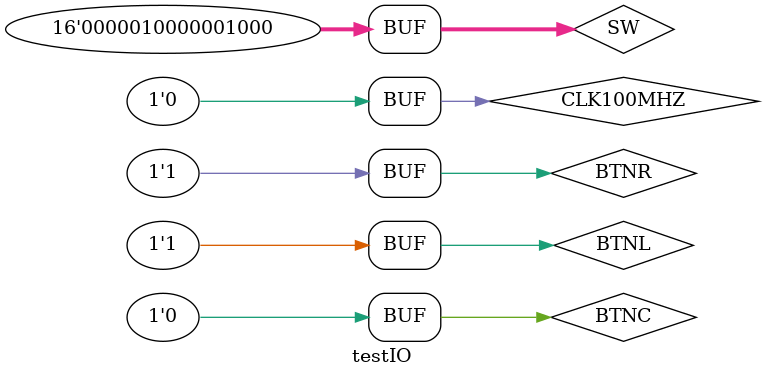
<source format=sv>
`timescale 1ns / 1ps

module testIO(
    );
    logic CLK100MHZ, BTNC;
    logic BTNL, BTNR;
    logic [15:0] SW;
    logic [7:0] AN;
    logic [6:0] A2G;
    logic DP;
    
    
    Top T(CLK100MHZ, BTNC, BTNL, BTNR, SW, AN, DP, A2G);
    
    initial
    begin
        #0; BTNC <= 1;
        #2; BTNC <= 0;
        #2; BTNL <= 1; BTNR <= 1;
        #2; SW <= 16'b0000_0100_0000_1000;
    end
    
    always
    begin
        CLK100MHZ <= 1; #5; CLK100MHZ <= 0; #5;
    end
    
endmodule

</source>
